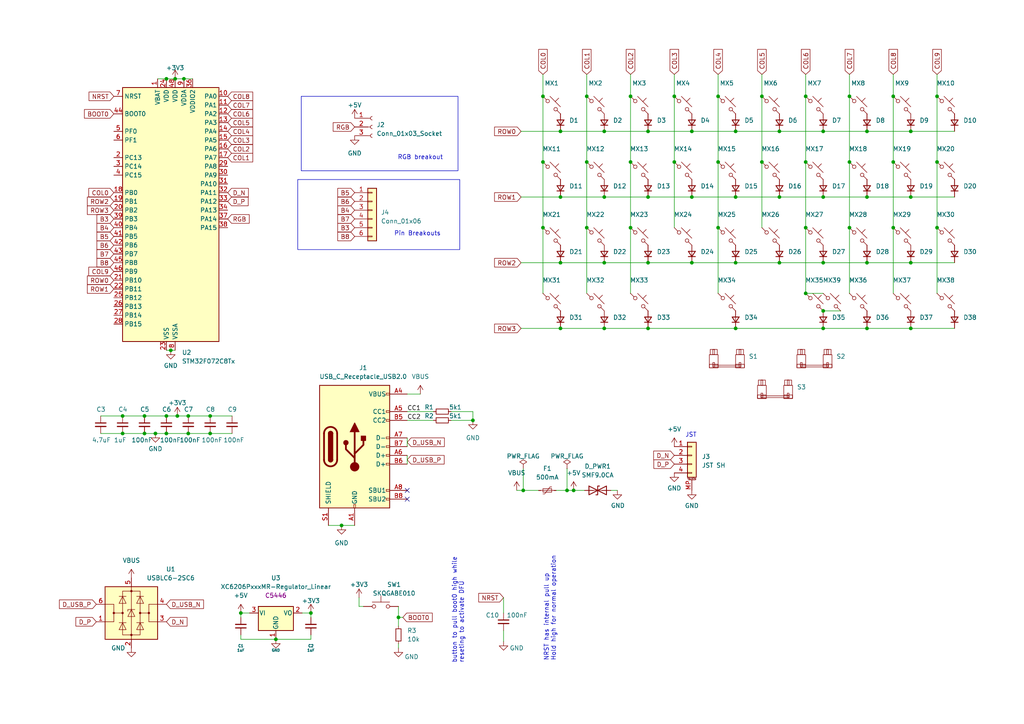
<source format=kicad_sch>
(kicad_sch (version 20230121) (generator eeschema)
  (paper "A4")
  (junction (at 115.57 179.07))
  (junction (at 264.16 57.15))
  (junction (at 233.68 66.04))
  (junction (at 157.48 66.04))
  (junction (at 175.26 76.2))
  (junction (at 246.38 27.94))
  (junction (at 162.56 95.25))
  (junction (at 90.17 177.8) (diameter 0.9144))
  (junction (at 246.38 46.99))
  (junction (at 187.96 57.15))
  (junction (at 213.36 76.2))
  (junction (at 233.68 85.09))
  (junction (at 213.36 57.15))
  (junction (at 208.28 66.04))
  (junction (at 259.08 46.99))
  (junction (at 264.16 38.1))
  (junction (at 238.76 90.17))
  (junction (at 200.66 38.1))
  (junction (at 264.16 95.25))
  (junction (at 271.78 46.99))
  (junction (at 220.98 27.94))
  (junction (at 162.56 38.1))
  (junction (at 60.96 125.73))
  (junction (at 259.08 27.94))
  (junction (at 251.46 76.2))
  (junction (at 35.56 120.65))
  (junction (at 54.61 125.73))
  (junction (at 213.36 38.1))
  (junction (at 137.16 121.92))
  (junction (at 182.88 27.94))
  (junction (at 226.06 76.2))
  (junction (at 164.465 142.24))
  (junction (at 166.37 142.24))
  (junction (at 51.435 120.65))
  (junction (at 208.28 27.94))
  (junction (at 99.06 152.4))
  (junction (at 170.18 66.04))
  (junction (at 271.78 27.94))
  (junction (at 238.76 57.15))
  (junction (at 200.66 57.15))
  (junction (at 226.06 57.15))
  (junction (at 238.76 76.2))
  (junction (at 220.98 46.99))
  (junction (at 259.08 66.04))
  (junction (at 162.56 76.2))
  (junction (at 246.38 66.04))
  (junction (at 200.66 76.2))
  (junction (at 271.78 66.04))
  (junction (at 157.48 46.99))
  (junction (at 69.85 177.8) (diameter 0.9144))
  (junction (at 195.58 27.94))
  (junction (at 162.56 57.15))
  (junction (at 151.765 142.24))
  (junction (at 48.26 22.86))
  (junction (at 187.96 38.1))
  (junction (at 182.88 46.99))
  (junction (at 233.68 46.99))
  (junction (at 41.91 120.65))
  (junction (at 170.18 46.99))
  (junction (at 264.16 76.2))
  (junction (at 60.96 120.65))
  (junction (at 238.76 95.25))
  (junction (at 50.8 22.86))
  (junction (at 53.34 22.86))
  (junction (at 175.26 38.1))
  (junction (at 175.26 57.15))
  (junction (at 208.28 46.99))
  (junction (at 226.06 38.1))
  (junction (at 175.26 95.25))
  (junction (at 238.76 38.1))
  (junction (at 213.36 95.25))
  (junction (at 45.085 125.73))
  (junction (at 187.96 95.25))
  (junction (at 80.01 185.42) (diameter 0.9144))
  (junction (at 49.53 101.6))
  (junction (at 35.56 125.73))
  (junction (at 157.48 27.94))
  (junction (at 41.91 125.73))
  (junction (at 195.58 46.99))
  (junction (at 54.61 120.65))
  (junction (at 48.26 125.73))
  (junction (at 182.88 66.04))
  (junction (at 251.46 38.1))
  (junction (at 170.18 27.94))
  (junction (at 48.26 120.65))
  (junction (at 187.96 76.2))
  (junction (at 251.46 57.15))
  (junction (at 233.68 27.94))
  (junction (at 251.46 95.25))
  (no_connect (at 118.11 142.24))
  (no_connect (at 118.11 144.78))
  (wire (pts (xy 151.765 142.24) (xy 156.21 142.24)))
  (wire (pts (xy 213.36 38.1) (xy 226.06 38.1)))
  (wire (pts (xy 99.06 152.4) (xy 102.87 152.4)))
  (wire (pts (xy 60.96 120.65) (xy 67.31 120.65)))
  (wire (pts (xy 151.13 76.2) (xy 162.56 76.2)))
  (wire (pts (xy 246.38 66.04) (xy 246.38 85.09)))
  (wire (pts (xy 130.81 121.92) (xy 137.16 121.92)))
  (wire (pts (xy 48.26 22.86) (xy 50.8 22.86)))
  (wire (pts (xy 195.58 21.59) (xy 195.58 27.94)))
  (wire (pts (xy 233.68 66.04) (xy 233.68 85.09)))
  (wire (pts (xy 182.88 27.94) (xy 182.88 46.99)))
  (wire (pts (xy 151.13 57.15) (xy 162.56 57.15)))
  (wire (pts (xy 49.53 101.6) (xy 50.8 101.6)))
  (wire (pts (xy 251.46 57.15) (xy 264.16 57.15)))
  (wire (pts (xy 54.61 125.73) (xy 60.96 125.73)))
  (wire (pts (xy 90.17 177.8) (xy 90.17 179.07)))
  (wire (pts (xy 233.68 21.59) (xy 233.68 27.94)))
  (wire (pts (xy 161.29 142.24) (xy 164.465 142.24)))
  (wire (pts (xy 251.46 38.1) (xy 264.16 38.1)))
  (wire (pts (xy 48.26 125.73) (xy 54.61 125.73)))
  (wire (pts (xy 251.46 76.2) (xy 264.16 76.2)))
  (wire (pts (xy 220.98 21.59) (xy 220.98 27.94)))
  (wire (pts (xy 264.16 76.2) (xy 276.86 76.2)))
  (wire (pts (xy 118.11 121.92) (xy 125.73 121.92)))
  (wire (pts (xy 48.26 101.6) (xy 49.53 101.6)))
  (wire (pts (xy 233.68 46.99) (xy 233.68 66.04)))
  (wire (pts (xy 264.16 95.25) (xy 251.46 95.25)))
  (wire (pts (xy 60.96 125.73) (xy 67.31 125.73)))
  (wire (pts (xy 90.17 184.15) (xy 90.17 185.42)))
  (wire (pts (xy 53.34 22.86) (xy 55.88 22.86)))
  (wire (pts (xy 226.06 76.2) (xy 238.76 76.2)))
  (wire (pts (xy 95.25 152.4) (xy 99.06 152.4)))
  (wire (pts (xy 271.78 21.59) (xy 271.78 27.94)))
  (wire (pts (xy 151.765 135.89) (xy 151.765 142.24)))
  (wire (pts (xy 187.96 57.15) (xy 200.66 57.15)))
  (wire (pts (xy 259.08 66.04) (xy 259.08 85.09)))
  (wire (pts (xy 238.76 57.15) (xy 251.46 57.15)))
  (wire (pts (xy 118.11 127) (xy 118.11 129.54)))
  (wire (pts (xy 80.01 185.42) (xy 69.85 185.42)))
  (wire (pts (xy 259.08 46.99) (xy 259.08 66.04)))
  (wire (pts (xy 233.68 27.94) (xy 233.68 46.99)))
  (wire (pts (xy 130.81 119.38) (xy 137.16 119.38)))
  (wire (pts (xy 213.36 95.25) (xy 238.76 95.25)))
  (wire (pts (xy 157.48 66.04) (xy 157.48 85.09)))
  (wire (pts (xy 35.56 120.65) (xy 41.91 120.65)))
  (wire (pts (xy 170.18 66.04) (xy 170.18 85.09)))
  (wire (pts (xy 182.88 21.59) (xy 182.88 27.94)))
  (wire (pts (xy 271.78 27.94) (xy 271.78 46.99)))
  (wire (pts (xy 118.11 119.38) (xy 125.73 119.38)))
  (wire (pts (xy 233.68 85.09) (xy 238.76 85.09)))
  (wire (pts (xy 151.13 38.1) (xy 162.56 38.1)))
  (wire (pts (xy 87.63 177.8) (xy 90.17 177.8)))
  (wire (pts (xy 51.435 120.65) (xy 54.61 120.65)))
  (wire (pts (xy 276.86 95.25) (xy 264.16 95.25)))
  (wire (pts (xy 157.48 21.59) (xy 157.48 27.94)))
  (wire (pts (xy 187.96 95.25) (xy 213.36 95.25)))
  (wire (pts (xy 149.86 142.24) (xy 151.765 142.24)))
  (wire (pts (xy 162.56 95.25) (xy 175.26 95.25)))
  (wire (pts (xy 259.08 27.94) (xy 259.08 46.99)))
  (wire (pts (xy 271.78 66.04) (xy 271.78 85.09)))
  (wire (pts (xy 187.96 76.2) (xy 200.66 76.2)))
  (wire (pts (xy 29.21 120.65) (xy 35.56 120.65)))
  (wire (pts (xy 213.36 76.2) (xy 226.06 76.2)))
  (wire (pts (xy 195.58 46.99) (xy 195.58 66.04)))
  (wire (pts (xy 118.11 132.08) (xy 118.11 134.62)))
  (wire (pts (xy 226.06 57.15) (xy 238.76 57.15)))
  (wire (pts (xy 29.21 125.73) (xy 35.56 125.73)))
  (wire (pts (xy 208.28 46.99) (xy 208.28 66.04)))
  (wire (pts (xy 246.38 27.94) (xy 246.38 46.99)))
  (wire (pts (xy 170.18 27.94) (xy 170.18 46.99)))
  (wire (pts (xy 118.11 114.3) (xy 121.92 114.3)))
  (wire (pts (xy 54.61 120.65) (xy 60.96 120.65)))
  (wire (pts (xy 151.13 95.25) (xy 162.56 95.25)))
  (wire (pts (xy 166.37 142.24) (xy 169.545 142.24)))
  (wire (pts (xy 238.76 38.1) (xy 251.46 38.1)))
  (wire (pts (xy 175.26 76.2) (xy 187.96 76.2)))
  (wire (pts (xy 45.72 22.86) (xy 48.26 22.86)))
  (wire (pts (xy 259.08 21.59) (xy 259.08 27.94)))
  (wire (pts (xy 157.48 27.94) (xy 157.48 46.99)))
  (wire (pts (xy 220.98 46.99) (xy 220.98 66.04)))
  (wire (pts (xy 115.57 175.895) (xy 115.57 179.07)))
  (wire (pts (xy 137.16 119.38) (xy 137.16 121.92)))
  (wire (pts (xy 182.88 66.04) (xy 182.88 85.09)))
  (wire (pts (xy 264.16 38.1) (xy 276.86 38.1)))
  (wire (pts (xy 146.05 173.355) (xy 146.05 177.8)))
  (wire (pts (xy 246.38 21.59) (xy 246.38 27.94)))
  (wire (pts (xy 238.76 95.25) (xy 251.46 95.25)))
  (wire (pts (xy 238.76 90.17) (xy 243.84 90.17)))
  (wire (pts (xy 115.57 186.69) (xy 115.57 187.96)))
  (wire (pts (xy 48.26 120.65) (xy 51.435 120.65)))
  (wire (pts (xy 182.88 46.99) (xy 182.88 66.04)))
  (wire (pts (xy 164.465 142.24) (xy 166.37 142.24)))
  (wire (pts (xy 157.48 46.99) (xy 157.48 66.04)))
  (wire (pts (xy 213.36 57.15) (xy 226.06 57.15)))
  (wire (pts (xy 115.57 179.07) (xy 115.57 181.61)))
  (wire (pts (xy 164.465 135.89) (xy 164.465 142.24)))
  (wire (pts (xy 105.41 175.895) (xy 104.14 175.895)))
  (wire (pts (xy 146.05 186.055) (xy 146.05 182.88)))
  (wire (pts (xy 220.98 27.94) (xy 220.98 46.99)))
  (wire (pts (xy 41.91 125.73) (xy 45.085 125.73)))
  (wire (pts (xy 208.28 27.94) (xy 208.28 46.99)))
  (wire (pts (xy 226.06 38.1) (xy 238.76 38.1)))
  (wire (pts (xy 238.76 76.2) (xy 251.46 76.2)))
  (wire (pts (xy 162.56 57.15) (xy 175.26 57.15)))
  (wire (pts (xy 162.56 76.2) (xy 175.26 76.2)))
  (wire (pts (xy 69.85 177.8) (xy 69.85 179.07)))
  (wire (pts (xy 195.58 27.94) (xy 195.58 46.99)))
  (wire (pts (xy 41.91 120.65) (xy 48.26 120.65)))
  (wire (pts (xy 35.56 125.73) (xy 41.91 125.73)))
  (wire (pts (xy 187.96 38.1) (xy 200.66 38.1)))
  (wire (pts (xy 208.28 21.59) (xy 208.28 27.94)))
  (wire (pts (xy 69.85 184.15) (xy 69.85 185.42)))
  (wire (pts (xy 264.16 57.15) (xy 276.86 57.15)))
  (wire (pts (xy 175.26 95.25) (xy 187.96 95.25)))
  (wire (pts (xy 104.14 175.895) (xy 104.14 173.355)))
  (wire (pts (xy 271.78 46.99) (xy 271.78 66.04)))
  (wire (pts (xy 200.66 76.2) (xy 213.36 76.2)))
  (wire (pts (xy 170.18 21.59) (xy 170.18 27.94)))
  (wire (pts (xy 162.56 38.1) (xy 175.26 38.1)))
  (wire (pts (xy 200.66 57.15) (xy 213.36 57.15)))
  (wire (pts (xy 170.18 46.99) (xy 170.18 66.04)))
  (wire (pts (xy 175.26 57.15) (xy 187.96 57.15)))
  (wire (pts (xy 69.85 177.8) (xy 72.39 177.8)))
  (wire (pts (xy 50.8 22.86) (xy 53.34 22.86)))
  (wire (pts (xy 175.26 38.1) (xy 187.96 38.1)))
  (wire (pts (xy 80.01 185.42) (xy 90.17 185.42)))
  (wire (pts (xy 246.38 46.99) (xy 246.38 66.04)))
  (wire (pts (xy 200.66 38.1) (xy 213.36 38.1)))
  (wire (pts (xy 45.085 125.73) (xy 48.26 125.73)))
  (wire (pts (xy 208.28 66.04) (xy 208.28 85.09)))
  (wire (pts (xy 115.57 179.07) (xy 116.84 179.07)))
  (wire (pts (xy 177.165 142.24) (xy 179.07 142.24)))
  (rectangle (start 86.36 52.07) (end 133.35 72.39))
  (rectangle (start 87.376 27.94) (end 132.842 49.53))
  (text "JST" (at 198.755 127 0) (effects (font (size 1.27 1.27)) (justify left bottom)))
  (text "NRST has internal pull up\nHold high for normal operation" (at 161.29 191.77 90) (effects (font (size 1.27 1.27)) (justify left bottom)))
  (text "button to pull boot0 high while \nreseting to activate DFU" (at 134.62 192.405 90) (effects (font (size 1.27 1.27)) (justify left bottom)))
  (text "Pin Breakouts" (at 114.3 68.58 0) (effects (font (size 1.27 1.27)) (justify left bottom)))
  (text "RGB breakout" (at 115.316 46.482 0) (effects (font (size 1.27 1.27)) (justify left bottom)))
  (label "CC1" (at 118.11 119.38 0))
  (label "CC2" (at 118.11 121.92 0))
  (global_label "D_N" (shape input) (at 195.58 132.08 180) (property "Intersheetrefs" "${INTERSHEET_REFS}" (effects hide)))
  (global_label "D_P" (shape input) (at 66.04 58.42 0) (property "Intersheetrefs" "${INTERSHEET_REFS}" (effects hide)))
  (global_label "ROW2" (shape input) (at 33.02 58.42 180) (property "Intersheetrefs" "${INTERSHEET_REFS}" (effects hide)))
  (global_label "D_USB_N" (shape input) (at 48.26 175.26 0) (property "Intersheetrefs" "${INTERSHEET_REFS}" (effects hide)))
  (global_label "NRST" (shape input) (at 146.05 173.355 180) (property "Intersheetrefs" "${INTERSHEET_REFS}" (effects hide)))
  (global_label "COL8" (shape input) (at 66.04 27.94 0) (property "Intersheetrefs" "${INTERSHEET_REFS}" (effects hide)))
  (global_label "COL0" (shape input) (at 33.02 55.88 180) (property "Intersheetrefs" "${INTERSHEET_REFS}" (effects hide)))
  (global_label "COL6" (shape input) (at 66.04 33.02 0) (property "Intersheetrefs" "${INTERSHEET_REFS}" (effects hide)))
  (global_label "NRST" (shape input) (at 33.02 27.94 180) (property "Intersheetrefs" "${INTERSHEET_REFS}" (effects hide)))
  (global_label "D_P" (shape input) (at 27.94 180.34 180) (property "Intersheetrefs" "${INTERSHEET_REFS}" (effects hide)))
  (global_label "B8" (shape input) (at 102.87 68.58 180) (property "Intersheetrefs" "${INTERSHEET_REFS}" (effects hide)))
  (global_label "COL6" (shape input) (at 233.68 21.59 90) (property "Intersheetrefs" "${INTERSHEET_REFS}" (effects hide)))
  (global_label "COL5" (shape input) (at 66.04 35.56 0) (property "Intersheetrefs" "${INTERSHEET_REFS}" (effects hide)))
  (global_label "ROW3" (shape input) (at 151.13 95.25 180) (property "Intersheetrefs" "${INTERSHEET_REFS}" (effects hide)))
  (global_label "D_N" (shape input) (at 48.26 180.34 0) (property "Intersheetrefs" "${INTERSHEET_REFS}" (effects hide)))
  (global_label "ROW2" (shape input) (at 151.13 76.2 180) (property "Intersheetrefs" "${INTERSHEET_REFS}" (effects hide)))
  (global_label "COL8" (shape input) (at 259.08 21.59 90) (property "Intersheetrefs" "${INTERSHEET_REFS}" (effects hide)))
  (global_label "D_USB_P" (shape input) (at 118.11 133.35 0) (property "Intersheetrefs" "${INTERSHEET_REFS}" (effects hide)))
  (global_label "COL2" (shape input) (at 66.04 43.18 0) (property "Intersheetrefs" "${INTERSHEET_REFS}" (effects hide)))
  (global_label "B4" (shape input) (at 33.02 66.04 180) (property "Intersheetrefs" "${INTERSHEET_REFS}" (effects hide)))
  (global_label "ROW0" (shape input) (at 33.02 81.28 180) (property "Intersheetrefs" "${INTERSHEET_REFS}" (effects hide)))
  (global_label "COL5" (shape input) (at 220.98 21.59 90) (property "Intersheetrefs" "${INTERSHEET_REFS}" (effects hide)))
  (global_label "B4" (shape input) (at 102.87 60.96 180) (property "Intersheetrefs" "${INTERSHEET_REFS}" (effects hide)))
  (global_label "B8" (shape input) (at 33.02 76.2 180) (property "Intersheetrefs" "${INTERSHEET_REFS}" (effects hide)))
  (global_label "ROW1" (shape input) (at 33.02 83.82 180) (property "Intersheetrefs" "${INTERSHEET_REFS}" (effects hide)))
  (global_label "COL4" (shape input) (at 66.04 38.1 0) (property "Intersheetrefs" "${INTERSHEET_REFS}" (effects hide)))
  (global_label "B7" (shape input) (at 102.87 63.5 180) (property "Intersheetrefs" "${INTERSHEET_REFS}" (effects hide)))
  (global_label "COL4" (shape input) (at 208.28 21.59 90) (property "Intersheetrefs" "${INTERSHEET_REFS}" (effects hide)))
  (global_label "B6" (shape input) (at 102.87 58.42 180) (property "Intersheetrefs" "${INTERSHEET_REFS}" (effects hide)))
  (global_label "D_N" (shape input) (at 66.04 55.88 0) (property "Intersheetrefs" "${INTERSHEET_REFS}" (effects hide)))
  (global_label "COL1" (shape input) (at 66.04 45.72 0) (property "Intersheetrefs" "${INTERSHEET_REFS}" (effects hide)))
  (global_label "RGB" (shape input) (at 102.87 36.83 180) (property "Intersheetrefs" "${INTERSHEET_REFS}" (effects hide)))
  (global_label "ROW3" (shape input) (at 33.02 60.96 180) (property "Intersheetrefs" "${INTERSHEET_REFS}" (effects hide)))
  (global_label "B3" (shape input) (at 102.87 66.04 180) (property "Intersheetrefs" "${INTERSHEET_REFS}" (effects hide)))
  (global_label "B7" (shape input) (at 33.02 73.66 180) (property "Intersheetrefs" "${INTERSHEET_REFS}" (effects hide)))
  (global_label "ROW0" (shape input) (at 151.13 38.1 180) (property "Intersheetrefs" "${INTERSHEET_REFS}" (effects hide)))
  (global_label "COL2" (shape input) (at 182.88 21.59 90) (property "Intersheetrefs" "${INTERSHEET_REFS}" (effects hide)))
  (global_label "D_USB_P" (shape input) (at 27.94 175.26 180) (property "Intersheetrefs" "${INTERSHEET_REFS}" (effects hide)))
  (global_label "COL7" (shape input) (at 246.38 21.59 90) (property "Intersheetrefs" "${INTERSHEET_REFS}" (effects hide)))
  (global_label "B3" (shape input) (at 33.02 63.5 180) (property "Intersheetrefs" "${INTERSHEET_REFS}" (effects hide)))
  (global_label "COL3" (shape input) (at 195.58 21.59 90) (property "Intersheetrefs" "${INTERSHEET_REFS}" (effects hide)))
  (global_label "COL9" (shape input) (at 271.78 21.59 90) (property "Intersheetrefs" "${INTERSHEET_REFS}" (effects hide)))
  (global_label "B6" (shape input) (at 33.02 71.12 180) (property "Intersheetrefs" "${INTERSHEET_REFS}" (effects hide)))
  (global_label "COL3" (shape input) (at 66.04 40.64 0) (property "Intersheetrefs" "${INTERSHEET_REFS}" (effects hide)))
  (global_label "ROW1" (shape input) (at 151.13 57.15 180) (property "Intersheetrefs" "${INTERSHEET_REFS}" (effects hide)))
  (global_label "D_P" (shape input) (at 195.58 134.62 180) (property "Intersheetrefs" "${INTERSHEET_REFS}" (effects hide)))
  (global_label "COL1" (shape input) (at 170.18 21.59 90) (property "Intersheetrefs" "${INTERSHEET_REFS}" (effects hide)))
  (global_label "D_USB_N" (shape input) (at 118.11 128.27 0) (property "Intersheetrefs" "${INTERSHEET_REFS}" (effects hide)))
  (global_label "COL0" (shape input) (at 157.48 21.59 90) (property "Intersheetrefs" "${INTERSHEET_REFS}" (effects hide)))
  (global_label "B5" (shape input) (at 33.02 68.58 180) (property "Intersheetrefs" "${INTERSHEET_REFS}" (effects hide)))
  (global_label "B5" (shape input) (at 102.87 55.88 180) (property "Intersheetrefs" "${INTERSHEET_REFS}" (effects hide)))
  (global_label "BOOT0" (shape input) (at 33.02 33.02 180) (property "Intersheetrefs" "${INTERSHEET_REFS}" (effects hide)))
  (global_label "COL7" (shape input) (at 66.04 30.48 0) (property "Intersheetrefs" "${INTERSHEET_REFS}" (effects hide)))
  (global_label "COL9" (shape input) (at 33.02 78.74 180) (property "Intersheetrefs" "${INTERSHEET_REFS}" (effects hide)))
  (global_label "BOOT0" (shape input) (at 116.84 179.07 0) (property "Intersheetrefs" "${INTERSHEET_REFS}" (effects hide)))
  (global_label "RGB" (shape input) (at 66.04 63.5 0) (property "Intersheetrefs" "${INTERSHEET_REFS}" (effects hide)))
  (symbol (lib_id "Connector:Conn_01x03_Socket") (at 107.95 36.83 0) (unit 1)
    (property "Reference" "J2" (at 109.22 36.195 0) (effects (justify left)))
    (property "Value" "Conn_01x03_Socket" (at 109.22 38.735 0) (effects (justify left)))
    (property "Footprint" "Connector_PinHeader_2.54mm:PinHeader_1x03_P2.54mm_Vertical" (effects hide))
  )
  (symbol (lib_id "PCM_marbastlib-mx:MX_SW_solder") (at 172.72 49.53 0) (unit 1)
    (property "Reference" "MX12" (at 172.72 43.18 0))
    (property "Value" "MX_SW_solder" (effects hide))
    (property "Footprint" "PCM_marbastlib-mx:SW_MX_1u" (effects hide))
  )
  (symbol (lib_id "power:GND") (at 102.87 39.37 0) (unit 1)
    (property "Reference" "#PWR020" (effects hide))
    (property "Value" "GND" (at 102.87 44.45 0))
  )
  (symbol (lib_id "PCM_marbastlib-mx:MX_SW_solder") (at 261.62 49.53 0) (unit 1)
    (property "Reference" "MX19" (at 261.62 43.18 0))
    (property "Value" "MX_SW_solder" (effects hide))
    (property "Footprint" "PCM_marbastlib-mx:SW_MX_1u" (effects hide))
  )
  (symbol (lib_id "PCM_marbastlib-mx:MX_SW_solder") (at 248.92 87.63 0) (unit 1)
    (property "Reference" "MX36" (at 248.92 81.28 0))
    (property "Value" "MX_SW_solder" (effects hide))
    (property "Footprint" "PCM_marbastlib-mx:SW_MX_1u" (effects hide))
  )
  (symbol (lib_id "power:GND") (at 179.07 142.24 0) (unit 1)
    (property "Reference" "#PWR03" (effects hide))
    (property "Value" "GND" (at 179.197 146.6342 0))
  )
  (symbol (lib_id "Device:D_Small") (at 264.16 92.71 90) (unit 1)
    (property "Reference" "D37" (at 266.7 92.075 90) (effects (justify right)))
    (property "Value" "D_Small" (effects hide))
    (property "Footprint" "Diode_SMD:D_SOD-123F" (effects hide))
    (property "Sim.Device" "D" (effects hide))
    (property "Sim.Pins" "1=K 2=A" (effects hide))
  )
  (symbol (lib_id "PCM_marbastlib-mx:MX_stab") (at 210.82 104.14 0) (unit 1)
    (property "Reference" "S1" (at 217.17 103.378 0) (effects (justify left)))
    (property "Value" "MX_stab" (effects hide))
    (property "Footprint" "PCM_marbastlib-mx:STAB_MX_P_2.25u" (effects hide))
  )
  (symbol (lib_id "PCM_marbastlib-mx:MX_SW_solder") (at 248.92 30.48 0) (unit 1)
    (property "Reference" "MX8" (at 248.92 24.13 0))
    (property "Value" "MX_SW_solder" (effects hide))
    (property "Footprint" "PCM_marbastlib-mx:SW_MX_1u" (effects hide))
  )
  (symbol (lib_id "PCM_marbastlib-mx:MX_SW_solder") (at 261.62 87.63 0) (unit 1)
    (property "Reference" "MX37" (at 261.62 81.28 0))
    (property "Value" "MX_SW_solder" (effects hide))
    (property "Footprint" "PCM_marbastlib-mx:SW_MX_1u" (effects hide))
  )
  (symbol (lib_id "Device:D_Small") (at 200.66 73.66 90) (unit 1)
    (property "Reference" "D24" (at 203.2 73.025 90) (effects (justify right)))
    (property "Value" "D_Small" (effects hide))
    (property "Footprint" "Diode_SMD:D_SOD-123F" (effects hide))
    (property "Sim.Device" "D" (effects hide))
    (property "Sim.Pins" "1=K 2=A" (effects hide))
  )
  (symbol (lib_id "Device:D_Small") (at 238.76 92.71 90) (unit 1)
    (property "Reference" "D35" (at 241.3 92.075 90) (effects (justify right)))
    (property "Value" "D_Small" (effects hide))
    (property "Footprint" "Diode_SMD:D_SOD-123F" (effects hide))
    (property "Sim.Device" "D" (effects hide))
    (property "Sim.Pins" "1=K 2=A" (effects hide))
  )
  (symbol (lib_id "Device:D_Small") (at 175.26 54.61 90) (unit 1)
    (property "Reference" "D12" (at 177.8 53.975 90) (effects (justify right)))
    (property "Value" "D_Small" (effects hide))
    (property "Footprint" "Diode_SMD:D_SOD-123F" (effects hide))
    (property "Sim.Device" "D" (effects hide))
    (property "Sim.Pins" "1=K 2=A" (effects hide))
  )
  (symbol (lib_id "Device:D_Small") (at 276.86 73.66 90) (unit 1)
    (property "Reference" "D30" (at 279.4 73.025 90) (effects (justify right)))
    (property "Value" "D_Small" (effects hide))
    (property "Footprint" "Diode_SMD:D_SOD-123F" (effects hide))
    (property "Sim.Device" "D" (effects hide))
    (property "Sim.Pins" "1=K 2=A" (effects hide))
  )
  (symbol (lib_id "Device:D_Small") (at 200.66 35.56 90) (unit 1)
    (property "Reference" "D4" (at 203.2 34.925 90) (effects (justify right)))
    (property "Value" "D_Small" (effects hide))
    (property "Footprint" "Diode_SMD:D_SOD-123F" (effects hide))
    (property "Sim.Device" "D" (effects hide))
    (property "Sim.Pins" "1=K 2=A" (effects hide))
  )
  (symbol (lib_id "PCM_marbastlib-mx:MX_SW_solder") (at 274.32 49.53 0) (unit 1)
    (property "Reference" "MX20" (at 274.32 43.18 0))
    (property "Value" "MX_SW_solder" (effects hide))
    (property "Footprint" "PCM_marbastlib-mx:SW_MX_1.25u" (effects hide))
  )
  (symbol (lib_id "PCM_marbastlib-mx:MX_SW_solder") (at 160.02 87.63 0) (unit 1)
    (property "Reference" "MX31" (at 160.02 81.28 0))
    (property "Value" "MX_SW_solder" (effects hide))
    (property "Footprint" "PCM_marbastlib-mx:SW_MX_1u" (effects hide))
  )
  (symbol (lib_id "power:PWR_FLAG") (at 151.765 135.89 0) (unit 1)
    (property "Reference" "#FLG01" (effects hide))
    (property "Value" "PWR_FLAG" (at 151.765 132.3142 0))
  )
  (symbol (lib_id "Device:D_Small") (at 276.86 35.56 90) (unit 1)
    (property "Reference" "D10" (at 279.4 34.925 90) (effects (justify right)))
    (property "Value" "D_Small" (effects hide))
    (property "Footprint" "Diode_SMD:D_SOD-123F" (effects hide))
    (property "Sim.Device" "D" (effects hide))
    (property "Sim.Pins" "1=K 2=A" (effects hide))
  )
  (symbol (lib_id "PCM_marbastlib-mx:MX_SW_solder") (at 223.52 49.53 0) (unit 1)
    (property "Reference" "MX16" (at 223.52 43.18 0))
    (property "Value" "MX_SW_solder" (effects hide))
    (property "Footprint" "PCM_marbastlib-mx:SW_MX_1u" (effects hide))
  )
  (symbol (lib_id "power:+5V") (at 69.85 177.8 0) (unit 1)
    (property "Reference" "#PWR09" (effects hide))
    (property "Value" "+5V" (at 69.85 172.72 0))
  )
  (symbol (lib_id "PCM_marbastlib-mx:MX_SW_solder") (at 210.82 49.53 0) (unit 1)
    (property "Reference" "MX15" (at 210.82 43.18 0))
    (property "Value" "MX_SW_solder" (effects hide))
    (property "Footprint" "PCM_marbastlib-mx:SW_MX_1u" (effects hide))
  )
  (symbol (lib_id "Device:C_Small") (at 35.56 123.19 0) (unit 1)
    (property "Reference" "C4" (at 34.29 118.745 0) (effects (justify left)))
    (property "Value" "1uF" (at 33.02 127.635 0) (effects (justify left)))
    (property "Footprint" "Capacitor_SMD:C_0603_1608Metric" (effects hide))
  )
  (symbol (lib_id "Device:C_Small") (at 54.61 123.19 0) (unit 1)
    (property "Reference" "C7" (at 53.34 118.745 0) (effects (justify left)))
    (property "Value" "100nF" (at 52.07 127.635 0) (effects (justify left)))
    (property "Footprint" "Capacitor_SMD:C_0603_1608Metric" (effects hide))
  )
  (symbol (lib_id "power:+3V3") (at 51.435 120.65 0) (unit 1)
    (property "Reference" "#PWR014" (effects hide))
    (property "Value" "+3V3" (at 51.435 116.84 0))
  )
  (symbol (lib_id "PCM_marbastlib-mx:MX_SW_solder") (at 172.72 68.58 0) (unit 1)
    (property "Reference" "MX22" (at 172.72 62.23 0))
    (property "Value" "MX_SW_solder" (effects hide))
    (property "Footprint" "PCM_marbastlib-mx:SW_MX_1u" (effects hide))
  )
  (symbol (lib_id "PCM_marbastlib-mx:MX_SW_solder") (at 172.72 87.63 0) (unit 1)
    (property "Reference" "MX32" (at 172.72 81.28 0))
    (property "Value" "MX_SW_solder" (effects hide))
    (property "Footprint" "PCM_marbastlib-mx:SW_MX_1u" (effects hide))
  )
  (symbol (lib_id "Device:D_Small") (at 162.56 73.66 90) (unit 1)
    (property "Reference" "D21" (at 165.1 73.025 90) (effects (justify right)))
    (property "Value" "D_Small" (effects hide))
    (property "Footprint" "Diode_SMD:D_SOD-123F" (effects hide))
    (property "Sim.Device" "D" (effects hide))
    (property "Sim.Pins" "1=K 2=A" (effects hide))
  )
  (symbol (lib_id "power:+3.3V") (at 90.17 177.8 0) (unit 1)
    (property "Reference" "#PWR010" (effects hide))
    (property "Value" "+3.3V" (at 90.17 174.2526 0))
  )
  (symbol (lib_id "PCM_marbastlib-mx:MX_SW_solder") (at 185.42 49.53 0) (unit 1)
    (property "Reference" "MX13" (at 185.42 43.18 0))
    (property "Value" "MX_SW_solder" (effects hide))
    (property "Footprint" "PCM_marbastlib-mx:SW_MX_1u" (effects hide))
  )
  (symbol (lib_id "power:+5V") (at 195.58 129.54 0) (unit 1)
    (property "Reference" "#PWR021" (effects hide))
    (property "Value" "+5V" (at 195.58 124.46 0))
  )
  (symbol (lib_id "Device:D_Small") (at 213.36 73.66 90) (unit 1)
    (property "Reference" "D25" (at 215.9 73.025 90) (effects (justify right)))
    (property "Value" "D_Small" (effects hide))
    (property "Footprint" "Diode_SMD:D_SOD-123F" (effects hide))
    (property "Sim.Device" "D" (effects hide))
    (property "Sim.Pins" "1=K 2=A" (effects hide))
  )
  (symbol (lib_id "PCM_marbastlib-mx:MX_SW_solder") (at 185.42 68.58 0) (unit 1)
    (property "Reference" "MX23" (at 185.42 62.23 0))
    (property "Value" "MX_SW_solder" (effects hide))
    (property "Footprint" "PCM_marbastlib-mx:SW_MX_1u" (effects hide))
  )
  (symbol (lib_id "power:+3V3") (at 104.14 173.355 0) (mirror y) (unit 1)
    (property "Reference" "#PWR013" (effects hide))
    (property "Value" "+3V3" (at 104.14 169.545 0))
  )
  (symbol (lib_id "power:VBUS") (at 121.92 114.3 0) (unit 1)
    (property "Reference" "#PWR06" (effects hide))
    (property "Value" "VBUS" (at 121.92 109.22 0))
  )
  (symbol (lib_id "power:+3V3") (at 50.8 22.86 0) (unit 1)
    (property "Reference" "#PWR04" (effects hide))
    (property "Value" "+3V3" (at 50.8 19.685 0))
  )
  (symbol (lib_id "PCM_marbastlib-mx:MX_stab") (at 236.22 104.14 0) (unit 1)
    (property "Reference" "S2" (at 242.57 103.378 0) (effects (justify left)))
    (property "Value" "MX_stab" (effects hide))
    (property "Footprint" "PCM_marbastlib-mx:STAB_MX_P_2u" (effects hide))
  )
  (symbol (lib_id "PCM_marbastlib-mx:MX_SW_solder") (at 172.72 30.48 0) (unit 1)
    (property "Reference" "MX2" (at 172.72 24.13 0))
    (property "Value" "MX_SW_solder" (effects hide))
    (property "Footprint" "PCM_marbastlib-mx:SW_MX_1u" (effects hide))
  )
  (symbol (lib_id "Device:D_Small") (at 213.36 35.56 90) (unit 1)
    (property "Reference" "D5" (at 215.9 34.925 90) (effects (justify right)))
    (property "Value" "D_Small" (effects hide))
    (property "Footprint" "Diode_SMD:D_SOD-123F" (effects hide))
    (property "Sim.Device" "D" (effects hide))
    (property "Sim.Pins" "1=K 2=A" (effects hide))
  )
  (symbol (lib_id "PCM_marbastlib-mx:MX_SW_solder") (at 274.32 30.48 0) (unit 1)
    (property "Reference" "MX10" (at 274.32 24.13 0))
    (property "Value" "MX_SW_solder" (effects hide))
    (property "Footprint" "PCM_marbastlib-mx:SW_MX_1.25u" (effects hide))
  )
  (symbol (lib_id "PCM_marbastlib-mx:MX_SW_solder") (at 198.12 68.58 0) (unit 1)
    (property "Reference" "MX24" (at 198.12 62.23 0))
    (property "Value" "MX_SW_solder" (effects hide))
    (property "Footprint" "PCM_marbastlib-mx:SW_MX_1u" (effects hide))
  )
  (symbol (lib_id "Device:D_Small") (at 238.76 73.66 90) (unit 1)
    (property "Reference" "D27" (at 241.3 73.025 90) (effects (justify right)))
    (property "Value" "D_Small" (effects hide))
    (property "Footprint" "Diode_SMD:D_SOD-123F" (effects hide))
    (property "Sim.Device" "D" (effects hide))
    (property "Sim.Pins" "1=K 2=A" (effects hide))
  )
  (symbol (lib_id "Device:D_Small") (at 200.66 54.61 90) (unit 1)
    (property "Reference" "D14" (at 203.2 53.975 90) (effects (justify right)))
    (property "Value" "D_Small" (effects hide))
    (property "Footprint" "Diode_SMD:D_SOD-123F" (effects hide))
    (property "Sim.Device" "D" (effects hide))
    (property "Sim.Pins" "1=K 2=A" (effects hide))
  )
  (symbol (lib_id "PCM_marbastlib-mx:MX_SW_solder") (at 248.92 49.53 0) (unit 1)
    (property "Reference" "MX18" (at 248.92 43.18 0))
    (property "Value" "MX_SW_solder" (effects hide))
    (property "Footprint" "PCM_marbastlib-mx:SW_MX_1u" (effects hide))
  )
  (symbol (lib_id "PCM_marbastlib-mx:MX_stab") (at 224.79 113.03 0) (unit 1)
    (property "Reference" "S3" (at 231.14 112.268 0) (effects (justify left)))
    (property "Value" "MX_stab" (effects hide))
    (property "Footprint" "PCM_marbastlib-mx:STAB_MX_P_6.25u" (effects hide))
  )
  (symbol (lib_id "PCM_marbastlib-mx:MX_SW_solder") (at 198.12 49.53 0) (unit 1)
    (property "Reference" "MX14" (at 198.12 43.18 0))
    (property "Value" "MX_SW_solder" (effects hide))
    (property "Footprint" "PCM_marbastlib-mx:SW_MX_1u" (effects hide))
  )
  (symbol (lib_id "Device:D_Small") (at 162.56 92.71 90) (unit 1)
    (property "Reference" "D31" (at 165.1 92.075 90) (effects (justify right)))
    (property "Value" "D_Small" (effects hide))
    (property "Footprint" "Diode_SMD:D_SOD-123F" (effects hide))
    (property "Sim.Device" "D" (effects hide))
    (property "Sim.Pins" "1=K 2=A" (effects hide))
  )
  (symbol (lib_id "PCM_marbastlib-mx:MX_SW_solder") (at 185.42 87.63 0) (unit 1)
    (property "Reference" "MX33" (at 185.42 81.28 0))
    (property "Value" "MX_SW_solder" (effects hide))
    (property "Footprint" "PCM_marbastlib-mx:SW_MX_1u" (effects hide))
  )
  (symbol (lib_id "Device:R_Small") (at 128.27 121.92 90) (unit 1)
    (property "Reference" "R2" (at 124.46 120.65 90))
    (property "Value" "5k1" (at 132.08 120.65 90))
    (property "Footprint" "Resistor_SMD:R_0603_1608Metric" (effects hide))
    (property "LCSC" "C25905" (effects hide))
  )
  (symbol (lib_id "PCM_marbastlib-mx:MX_SW_solder") (at 223.52 68.58 0) (unit 1)
    (property "Reference" "MX26" (at 223.52 62.23 0))
    (property "Value" "MX_SW_solder" (effects hide))
    (property "Footprint" "PCM_marbastlib-mx:SW_MX_1u" (effects hide))
  )
  (symbol (lib_id "power:GND") (at 146.05 186.055 0) (mirror y) (unit 1)
    (property "Reference" "#PWR018" (effects hide))
    (property "Value" "GND" (at 149.86 187.96 0))
  )
  (symbol (lib_id "power:GND") (at 80.01 185.42 0) (unit 1)
    (property "Reference" "#PWR012" (effects hide))
    (property "Value" "GND" (at 80.01 188.595 0) (effects (font (size 0.762 0.762))))
  )
  (symbol (lib_id "PCM_marbastlib-mx:MX_SW_solder") (at 160.02 49.53 0) (unit 1)
    (property "Reference" "MX11" (at 160.02 43.18 0))
    (property "Value" "MX_SW_solder" (effects hide))
    (property "Footprint" "PCM_marbastlib-mx:SW_MX_1u" (effects hide))
  )
  (symbol (lib_name "GND_1") (lib_id "power:GND") (at 45.085 125.73 0) (unit 1)
    (property "Reference" "#PWR015" (effects hide))
    (property "Value" "GND" (at 45.085 130.175 0))
  )
  (symbol (lib_id "Device:D_Small") (at 187.96 54.61 90) (unit 1)
    (property "Reference" "D13" (at 190.5 53.975 90) (effects (justify right)))
    (property "Value" "D_Small" (effects hide))
    (property "Footprint" "Diode_SMD:D_SOD-123F" (effects hide))
    (property "Sim.Device" "D" (effects hide))
    (property "Sim.Pins" "1=K 2=A" (effects hide))
  )
  (symbol (lib_id "Device:R_Small") (at 128.27 119.38 90) (unit 1)
    (property "Reference" "R1" (at 124.46 118.11 90))
    (property "Value" "5k1" (at 132.08 118.11 90))
    (property "Footprint" "Resistor_SMD:R_0603_1608Metric" (effects hide))
    (property "LCSC" "C25905" (effects hide))
  )
  (symbol (lib_id "Device:C_Small") (at 67.31 123.19 0) (unit 1)
    (property "Reference" "C9" (at 66.04 118.745 0) (effects (justify left)))
    (property "Value" "100nF" (at 64.77 127.635 0) (effects (justify left)))
    (property "Footprint" "Capacitor_SMD:C_0603_1608Metric" (effects hide))
  )
  (symbol (lib_name "GND_2") (lib_id "power:GND") (at 49.53 101.6 0) (unit 1)
    (property "Reference" "#PWR016" (effects hide))
    (property "Value" "GND" (at 49.53 106.045 0))
  )
  (symbol (lib_id "kicad-keyboard-parts:XC6206PxxxMR-Regulator_Linear") (at 80.01 177.8 0) (unit 1)
    (property "Reference" "U3" (at 80.01 167.64 0))
    (property "Value" "XC6206PxxxMR-Regulator_Linear" (at 80.01 170.18 0))
    (property "Footprint" "Package_TO_SOT_SMD:SOT-23" (effects hide))
    (property "Datasheet" "https://www.torexsemi.com/file/xc6206/XC6206.pdf" (effects hide))
    (property "LCSC" "C5446" (at 80.01 172.72 0))
  )
  (symbol (lib_id "Device:D_Small") (at 276.86 54.61 90) (unit 1)
    (property "Reference" "D20" (at 279.4 53.975 90) (effects (justify right)))
    (property "Value" "D_Small" (effects hide))
    (property "Footprint" "Diode_SMD:D_SOD-123F" (effects hide))
    (property "Sim.Device" "D" (effects hide))
    (property "Sim.Pins" "1=K 2=A" (effects hide))
  )
  (symbol (lib_id "Device:D_Small") (at 213.36 92.71 90) (unit 1)
    (property "Reference" "D34" (at 215.9 92.075 90) (effects (justify right)))
    (property "Value" "D_Small" (effects hide))
    (property "Footprint" "Diode_SMD:D_SOD-123F" (effects hide))
    (property "Sim.Device" "D" (effects hide))
    (property "Sim.Pins" "1=K 2=A" (effects hide))
  )
  (symbol (lib_id "Device:C_Small") (at 146.05 180.34 0) (mirror y) (unit 1)
    (property "Reference" "C10" (at 144.78 178.435 0) (effects (justify left)))
    (property "Value" "100nF" (at 153.035 178.435 0) (effects (justify left)))
    (property "Footprint" "Capacitor_SMD:C_0603_1608Metric" (effects hide))
    (property "LCSC" "C307331" (effects hide))
  )
  (symbol (lib_id "Device:D_Small") (at 264.16 54.61 90) (unit 1)
    (property "Reference" "D19" (at 266.7 53.975 90) (effects (justify right)))
    (property "Value" "D_Small" (effects hide))
    (property "Footprint" "Diode_SMD:D_SOD-123F" (effects hide))
    (property "Sim.Device" "D" (effects hide))
    (property "Sim.Pins" "1=K 2=A" (effects hide))
  )
  (symbol (lib_id "Device:D_Small") (at 162.56 35.56 90) (unit 1)
    (property "Reference" "D1" (at 165.1 34.925 90) (effects (justify right)))
    (property "Value" "D_Small" (effects hide))
    (property "Footprint" "Diode_SMD:D_SOD-123F" (effects hide))
    (property "Sim.Device" "D" (effects hide))
    (property "Sim.Pins" "1=K 2=A" (effects hide))
  )
  (symbol (lib_id "power:GND") (at 200.66 142.24 0) (unit 1)
    (property "Reference" "#PWR025" (effects hide))
    (property "Value" "GND" (at 200.66 146.6834 0))
  )
  (symbol (lib_id "power:GND") (at 137.16 121.92 0) (unit 1)
    (property "Reference" "#PWR07" (effects hide))
    (property "Value" "GND" (at 137.16 127 0))
  )
  (symbol (lib_id "PCM_marbastlib-mx:MX_SW_solder") (at 160.02 68.58 0) (unit 1)
    (property "Reference" "MX21" (at 160.02 62.23 0))
    (property "Value" "MX_SW_solder" (effects hide))
    (property "Footprint" "PCM_marbastlib-mx:SW_MX_1u" (effects hide))
  )
  (symbol (lib_id "Device:C_Small") (at 48.26 123.19 0) (unit 1)
    (property "Reference" "C6" (at 46.99 118.745 0) (effects (justify left)))
    (property "Value" "100nF" (at 46.355 127.635 0) (effects (justify left)))
    (property "Footprint" "Capacitor_SMD:C_0603_1608Metric" (effects hide))
  )
  (symbol (lib_id "power:VBUS") (at 38.1 167.64 0) (unit 1)
    (property "Reference" "#PWR05" (effects hide))
    (property "Value" "VBUS" (at 38.1 162.56 0))
  )
  (symbol (lib_id "PCM_marbastlib-mx:MX_SW_solder") (at 160.02 30.48 0) (unit 1)
    (property "Reference" "MX1" (at 160.02 24.13 0))
    (property "Value" "MX_SW_solder" (effects hide))
    (property "Footprint" "PCM_marbastlib-mx:SW_MX_1u" (effects hide))
  )
  (symbol (lib_id "Device:D_Small") (at 175.26 35.56 90) (unit 1)
    (property "Reference" "D2" (at 177.8 34.925 90) (effects (justify right)))
    (property "Value" "D_Small" (effects hide))
    (property "Footprint" "Diode_SMD:D_SOD-123F" (effects hide))
    (property "Sim.Device" "D" (effects hide))
    (property "Sim.Pins" "1=K 2=A" (effects hide))
  )
  (symbol (lib_id "Device:D_Small") (at 187.96 35.56 90) (unit 1)
    (property "Reference" "D3" (at 190.5 34.925 90) (effects (justify right)))
    (property "Value" "D_Small" (effects hide))
    (property "Footprint" "Diode_SMD:D_SOD-123F" (effects hide))
    (property "Sim.Device" "D" (effects hide))
    (property "Sim.Pins" "1=K 2=A" (effects hide))
  )
  (symbol (lib_id "Device:C_Small") (at 69.85 181.61 180) (unit 1)
    (property "Reference" "C1" (at 69.85 187.325 0) (effects (font (size 0.762 0.762))))
    (property "Value" "1uF" (at 69.85 188.595 0) (effects (font (size 0.762 0.762))))
    (property "Footprint" "Capacitor_SMD:C_0603_1608Metric" (effects hide))
    (property "LCSC" "C52923" (effects hide))
  )
  (symbol (lib_id "Device:C_Small") (at 41.91 123.19 0) (unit 1)
    (property "Reference" "C5" (at 40.64 118.745 0) (effects (justify left)))
    (property "Value" "100nF" (at 38.1 127.635 0) (effects (justify left)))
    (property "Footprint" "Capacitor_SMD:C_0603_1608Metric" (effects hide))
  )
  (symbol (lib_id "Device:D_Small") (at 238.76 54.61 90) (unit 1)
    (property "Reference" "D17" (at 241.3 53.975 90) (effects (justify right)))
    (property "Value" "D_Small" (effects hide))
    (property "Footprint" "Diode_SMD:D_SOD-123F" (effects hide))
    (property "Sim.Device" "D" (effects hide))
    (property "Sim.Pins" "1=K 2=A" (effects hide))
  )
  (symbol (lib_id "Device:D_Small") (at 251.46 92.71 90) (unit 1)
    (property "Reference" "D36" (at 254 92.075 90) (effects (justify right)))
    (property "Value" "D_Small" (effects hide))
    (property "Footprint" "Diode_SMD:D_SOD-123F" (effects hide))
    (property "Sim.Device" "D" (effects hide))
    (property "Sim.Pins" "1=K 2=A" (effects hide))
  )
  (symbol (lib_id "Device:D_Small") (at 187.96 73.66 90) (unit 1)
    (property "Reference" "D23" (at 190.5 73.025 90) (effects (justify right)))
    (property "Value" "D_Small" (effects hide))
    (property "Footprint" "Diode_SMD:D_SOD-123F" (effects hide))
    (property "Sim.Device" "D" (effects hide))
    (property "Sim.Pins" "1=K 2=A" (effects hide))
  )
  (symbol (lib_id "Device:D_TVS") (at 173.355 142.24 0) (unit 1)
    (property "Reference" "D_PWR1" (at 173.355 135.255 0))
    (property "Value" "SMF9.0CA" (at 173.355 137.795 0))
    (property "Footprint" "Diode_SMD:D_SOD-123" (effects hide))
  )
  (symbol (lib_id "Device:C_Small") (at 60.96 123.19 0) (unit 1)
    (property "Reference" "C8" (at 59.69 118.745 0) (effects (justify left)))
    (property "Value" "100nF" (at 58.42 127.635 0) (effects (justify left)))
    (property "Footprint" "Capacitor_SMD:C_0603_1608Metric" (effects hide))
  )
  (symbol (lib_id "Power_Protection:USBLC6-2SC6") (at 38.1 177.8 0) (unit 1)
    (property "Reference" "U1" (at 49.53 165.1 0))
    (property "Value" "USBLC6-2SC6" (at 49.53 167.64 0))
    (property "Footprint" "Package_TO_SOT_SMD:SOT-23-6" (effects hide))
    (property "Datasheet" "https://www.st.com/resource/en/datasheet/usblc6-2.pdf" (effects hide))
    (property "LCSC" "C2827654" (effects hide))
  )
  (symbol (lib_id "PCM_marbastlib-mx:MX_SW_solder") (at 236.22 49.53 0) (unit 1)
    (property "Reference" "MX17" (at 236.22 43.18 0))
    (property "Value" "MX_SW_solder" (effects hide))
    (property "Footprint" "PCM_marbastlib-mx:SW_MX_1u" (effects hide))
  )
  (symbol (lib_id "Device:D_Small") (at 238.76 35.56 90) (unit 1)
    (property "Reference" "D7" (at 241.3 34.925 90) (effects (justify right)))
    (property "Value" "D_Small" (effects hide))
    (property "Footprint" "Diode_SMD:D_SOD-123F" (effects hide))
    (property "Sim.Device" "D" (effects hide))
    (property "Sim.Pins" "1=K 2=A" (effects hide))
  )
  (symbol (lib_id "PCM_marbastlib-mx:MX_SW_solder") (at 261.62 30.48 0) (unit 1)
    (property "Reference" "MX9" (at 261.62 24.13 0))
    (property "Value" "MX_SW_solder" (effects hide))
    (property "Footprint" "PCM_marbastlib-mx:SW_MX_1u" (effects hide))
  )
  (symbol (lib_id "Connector_Generic_MountingPin:Conn_01x04_MountingPin") (at 200.66 132.08 0) (unit 1)
    (property "Reference" "J3" (at 203.581 132.4355 0) (effects (justify left)))
    (property "Value" "JST SH" (at 203.581 134.9755 0) (effects (justify left)))
    (property "Footprint" "Connector_JST:JST_SH_SM04B-SRSS-TB_1x04-1MP_P1.00mm_Horizontal" (effects hide))
  )
  (symbol (lib_id "PCM_marbastlib-mx:MX_SW_solder") (at 248.92 68.58 0) (unit 1)
    (property "Reference" "MX28" (at 248.92 62.23 0))
    (property "Value" "MX_SW_solder" (effects hide))
    (property "Footprint" "PCM_marbastlib-mx:SW_MX_1u" (effects hide))
  )
  (symbol (lib_id "Device:D_Small") (at 226.06 35.56 90) (unit 1)
    (property "Reference" "D6" (at 228.6 34.925 90) (effects (justify right)))
    (property "Value" "D_Small" (effects hide))
    (property "Footprint" "Diode_SMD:D_SOD-123F" (effects hide))
    (property "Sim.Device" "D" (effects hide))
    (property "Sim.Pins" "1=K 2=A" (effects hide))
  )
  (symbol (lib_id "Device:D_Small") (at 175.26 73.66 90) (unit 1)
    (property "Reference" "D22" (at 177.8 73.025 90) (effects (justify right)))
    (property "Value" "D_Small" (effects hide))
    (property "Footprint" "Diode_SMD:D_SOD-123F" (effects hide))
    (property "Sim.Device" "D" (effects hide))
    (property "Sim.Pins" "1=K 2=A" (effects hide))
  )
  (symbol (lib_id "Device:R_Small") (at 115.57 184.15 0) (unit 1)
    (property "Reference" "R3" (at 118.11 182.8799 0) (effects (justify left)))
    (property "Value" "10k" (at 118.11 185.4199 0) (effects (justify left)))
    (property "Footprint" "Resistor_SMD:R_0603_1608Metric" (effects hide))
  )
  (symbol (lib_id "Switch:SW_Push") (at 110.49 175.895 0) (unit 1)
    (property "Reference" "SW1" (at 114.3 169.545 0))
    (property "Value" "SKQGABE010" (at 114.3 172.085 0))
    (property "Footprint" "Button_Switch_SMD:SW_SPST_SKQG_WithoutStem" (effects hide))
    (property "LCSC" "C115351" (effects hide))
  )
  (symbol (lib_id "PCM_marbastlib-mx:MX_SW_solder") (at 274.32 87.63 0) (unit 1)
    (property "Reference" "MX38" (at 274.32 81.28 0))
    (property "Value" "MX_SW_solder" (effects hide))
    (property "Footprint" "PCM_marbastlib-mx:SW_MX_1u" (effects hide))
  )
  (symbol (lib_id "Device:D_Small") (at 175.26 92.71 90) (unit 1)
    (property "Reference" "D32" (at 177.8 92.075 90) (effects (justify right)))
    (property "Value" "D_Small" (effects hide))
    (property "Footprint" "Diode_SMD:D_SOD-123F" (effects hide))
    (property "Sim.Device" "D" (effects hide))
    (property "Sim.Pins" "1=K 2=A" (effects hide))
  )
  (symbol (lib_id "Device:D_Small") (at 264.16 35.56 90) (unit 1)
    (property "Reference" "D9" (at 266.7 34.925 90) (effects (justify right)))
    (property "Value" "D_Small" (effects hide))
    (property "Footprint" "Diode_SMD:D_SOD-123F" (effects hide))
    (property "Sim.Device" "D" (effects hide))
    (property "Sim.Pins" "1=K 2=A" (effects hide))
  )
  (symbol (lib_id "Device:Polyfuse_Small") (at 158.75 142.24 90) (unit 1)
    (property "Reference" "F1" (at 158.75 135.89 90))
    (property "Value" "500mA" (at 158.75 138.43 90))
    (property "Footprint" "Fuse:Fuse_1206_3216Metric" (effects hide))
    (property "LCSC" "C70076" (effects hide))
  )
  (symbol (lib_id "power:+5V") (at 102.87 34.29 0) (unit 1)
    (property "Reference" "#PWR019" (effects hide))
    (property "Value" "+5V" (at 102.87 30.48 0))
  )
  (symbol (lib_id "Device:C_Small") (at 29.21 123.19 0) (unit 1)
    (property "Reference" "C3" (at 27.94 118.745 0) (effects (justify left)))
    (property "Value" "4.7uF" (at 26.67 127.635 0) (effects (justify left)))
    (property "Footprint" "Capacitor_SMD:C_0603_1608Metric" (effects hide))
  )
  (symbol (lib_id "PCM_marbastlib-mx:MX_SW_solder") (at 236.22 30.48 0) (unit 1)
    (property "Reference" "MX7" (at 236.22 24.13 0))
    (property "Value" "MX_SW_solder" (effects hide))
    (property "Footprint" "PCM_marbastlib-mx:SW_MX_1u" (effects hide))
  )
  (symbol (lib_id "Device:D_Small") (at 264.16 73.66 90) (unit 1)
    (property "Reference" "D29" (at 266.7 73.025 90) (effects (justify right)))
    (property "Value" "D_Small" (effects hide))
    (property "Footprint" "Diode_SMD:D_SOD-123F" (effects hide))
    (property "Sim.Device" "D" (effects hide))
    (property "Sim.Pins" "1=K 2=A" (effects hide))
  )
  (symbol (lib_id "power:+5V") (at 166.37 142.24 0) (unit 1)
    (property "Reference" "#PWR02" (effects hide))
    (property "Value" "+5V" (at 166.37 137.16 0))
  )
  (symbol (lib_id "Device:D_Small") (at 162.56 54.61 90) (unit 1)
    (property "Reference" "D11" (at 165.1 53.975 90) (effects (justify right)))
    (property "Value" "D_Small" (effects hide))
    (property "Footprint" "Diode_SMD:D_SOD-123F" (effects hide))
    (property "Sim.Device" "D" (effects hide))
    (property "Sim.Pins" "1=K 2=A" (effects hide))
  )
  (symbol (lib_id "power:VBUS") (at 149.86 142.24 0) (unit 1)
    (property "Reference" "#PWR01" (effects hide))
    (property "Value" "VBUS" (at 149.86 137.16 0))
  )
  (symbol (lib_id "PCM_marbastlib-mx:MX_SW_solder") (at 198.12 30.48 0) (unit 1)
    (property "Reference" "MX4" (at 198.12 24.13 0))
    (property "Value" "MX_SW_solder" (effects hide))
    (property "Footprint" "PCM_marbastlib-mx:SW_MX_1u" (effects hide))
  )
  (symbol (lib_id "MCU_ST_STM32F0:STM32F072C8Tx") (at 48.26 63.5 0) (unit 1)
    (property "Reference" "U2" (at 52.7559 102.235 0) (effects (justify left)))
    (property "Value" "STM32F072C8Tx" (at 52.7559 104.775 0) (effects (justify left)))
    (property "Footprint" "Package_QFP:LQFP-48_7x7mm_P0.5mm" (effects hide))
    (property "Datasheet" "https://www.st.com/resource/en/datasheet/stm32f072c8.pdf" (effects hide))
  )
  (symbol (lib_id "power:PWR_FLAG") (at 164.465 135.89 0) (unit 1)
    (property "Reference" "#FLG02" (effects hide))
    (property "Value" "PWR_FLAG" (at 164.465 132.3142 0))
  )
  (symbol (lib_id "PCM_marbastlib-mx:MX_SW_solder") (at 210.82 87.63 0) (unit 1)
    (property "Reference" "MX34" (at 210.82 81.28 0))
    (property "Value" "MX_SW_solder" (effects hide))
    (property "Footprint" "PCM_marbastlib-mx:SW_MX_1u" (effects hide))
  )
  (symbol (lib_id "PCM_marbastlib-mx:MX_SW_solder") (at 274.32 68.58 0) (unit 1)
    (property "Reference" "MX30" (at 274.32 62.23 0))
    (property "Value" "MX_SW_solder" (effects hide))
    (property "Footprint" "PCM_marbastlib-mx:SW_MX_1.25u" (effects hide))
  )
  (symbol (lib_id "Connector:USB_C_Receptacle_USB2.0") (at 102.87 129.54 0) (unit 1)
    (property "Reference" "J1" (at 105.3465 106.68 0))
    (property "Value" "USB_C_Receptacle_USB2.0" (at 105.3465 109.22 0))
    (property "Footprint" "Connector_USB:USB_C_Receptacle_HRO_TYPE-C-31-M-12" (effects hide))
    (property "Datasheet" "https://www.usb.org/sites/default/files/documents/usb_type-c.zip" (effects hide))
    (property "LCSC" "C165948" (effects hide))
  )
  (symbol (lib_id "PCM_marbastlib-mx:MX_SW_solder") (at 223.52 30.48 0) (unit 1)
    (property "Reference" "MX6" (at 223.52 24.13 0))
    (property "Value" "MX_SW_solder" (effects hide))
    (property "Footprint" "PCM_marbastlib-mx:SW_MX_1u" (effects hide))
  )
  (symbol (lib_id "Device:D_Small") (at 213.36 54.61 90) (unit 1)
    (property "Reference" "D15" (at 215.9 53.975 90) (effects (justify right)))
    (property "Value" "D_Small" (effects hide))
    (property "Footprint" "Diode_SMD:D_SOD-123F" (effects hide))
    (property "Sim.Device" "D" (effects hide))
    (property "Sim.Pins" "1=K 2=A" (effects hide))
  )
  (symbol (lib_id "PCM_marbastlib-mx:MX_SW_solder") (at 210.82 68.58 0) (unit 1)
    (property "Reference" "MX25" (at 210.82 62.23 0))
    (property "Value" "MX_SW_solder" (effects hide))
    (property "Footprint" "PCM_marbastlib-mx:SW_MX_1u" (effects hide))
  )
  (symbol (lib_id "Device:D_Small") (at 251.46 54.61 90) (unit 1)
    (property "Reference" "D18" (at 254 53.975 90) (effects (justify right)))
    (property "Value" "D_Small" (effects hide))
    (property "Footprint" "Diode_SMD:D_SOD-123F" (effects hide))
    (property "Sim.Device" "D" (effects hide))
    (property "Sim.Pins" "1=K 2=A" (effects hide))
  )
  (symbol (lib_id "Device:D_Small") (at 251.46 35.56 90) (unit 1)
    (property "Reference" "D8" (at 254 34.925 90) (effects (justify right)))
    (property "Value" "D_Small" (effects hide))
    (property "Footprint" "Diode_SMD:D_SOD-123F" (effects hide))
    (property "Sim.Device" "D" (effects hide))
    (property "Sim.Pins" "1=K 2=A" (effects hide))
  )
  (symbol (lib_name "GND_4") (lib_id "power:GND") (at 99.06 152.4 0) (unit 1)
    (property "Reference" "#PWR011" (effects hide))
    (property "Value" "GND" (at 99.06 157.48 0))
  )
  (symbol (lib_id "Device:D_Small") (at 276.86 92.71 90) (unit 1)
    (property "Reference" "D38" (at 279.4 92.075 90) (effects (justify right)))
    (property "Value" "D_Small" (effects hide))
    (property "Footprint" "Diode_SMD:D_SOD-123F" (effects hide))
    (property "Sim.Device" "D" (effects hide))
    (property "Sim.Pins" "1=K 2=A" (effects hide))
  )
  (symbol (lib_id "power:GND") (at 115.57 187.96 0) (unit 1)
    (property "Reference" "#PWR017" (effects hide))
    (property "Value" "GND" (at 119.38 190.5 0))
  )
  (symbol (lib_id "power:GND") (at 38.1 187.96 0) (unit 1)
    (property "Reference" "#PWR08" (effects hide))
    (property "Value" "GND" (at 34.29 187.96 0))
  )
  (symbol (lib_id "PCM_marbastlib-mx:MX_SW_solder") (at 236.22 68.58 0) (unit 1)
    (property "Reference" "MX27" (at 236.22 62.23 0))
    (property "Value" "MX_SW_solder" (effects hide))
    (property "Footprint" "PCM_marbastlib-mx:SW_MX_1u" (effects hide))
  )
  (symbol (lib_id "Device:D_Small") (at 251.46 73.66 90) (unit 1)
    (property "Reference" "D28" (at 254 73.025 90) (effects (justify right)))
    (property "Value" "D_Small" (effects hide))
    (property "Footprint" "Diode_SMD:D_SOD-123F" (effects hide))
    (property "Sim.Device" "D" (effects hide))
    (property "Sim.Pins" "1=K 2=A" (effects hide))
  )
  (symbol (lib_id "Device:D_Small") (at 226.06 73.66 90) (unit 1)
    (property "Reference" "D26" (at 228.6 73.025 90) (effects (justify right)))
    (property "Value" "D_Small" (effects hide))
    (property "Footprint" "Diode_SMD:D_SOD-123F" (effects hide))
    (property "Sim.Device" "D" (effects hide))
    (property "Sim.Pins" "1=K 2=A" (effects hide))
  )
  (symbol (lib_id "PCM_marbastlib-mx:MX_SW_solder") (at 210.82 30.48 0) (unit 1)
    (property "Reference" "MX5" (at 210.82 24.13 0))
    (property "Value" "MX_SW_solder" (effects hide))
    (property "Footprint" "PCM_marbastlib-mx:SW_MX_1u" (effects hide))
  )
  (symbol (lib_id "Device:C_Small") (at 90.17 181.61 180) (unit 1)
    (property "Reference" "C2" (at 90.17 187.325 0) (effects (font (size 0.762 0.762))))
    (property "Value" "1uF" (at 90.17 188.595 0) (effects (font (size 0.762 0.762))))
    (property "Footprint" "Capacitor_SMD:C_0603_1608Metric" (effects hide))
    (property "LCSC" "C52923" (effects hide))
  )
  (symbol (lib_id "Device:D_Small") (at 226.06 54.61 90) (unit 1)
    (property "Reference" "D16" (at 228.6 53.975 90) (effects (justify right)))
    (property "Value" "D_Small" (effects hide))
    (property "Footprint" "Diode_SMD:D_SOD-123F" (effects hide))
    (property "Sim.Device" "D" (effects hide))
    (property "Sim.Pins" "1=K 2=A" (effects hide))
  )
  (symbol (lib_id "PCM_marbastlib-mx:MX_SW_solder") (at 236.22 87.63 0) (unit 1)
    (property "Reference" "MX35" (at 236.22 81.28 0))
    (property "Value" "MX_SW_solder" (effects hide))
    (property "Footprint" "PCM_marbastlib-mx:SW_MX_1u" (effects hide))
  )
  (symbol (lib_id "power:GND") (at 195.58 137.16 0) (unit 1)
    (property "Reference" "#PWR023" (effects hide))
    (property "Value" "GND" (at 195.58 141.6034 0))
  )
  (symbol (lib_id "PCM_marbastlib-mx:MX_SW_solder") (at 261.62 68.58 0) (unit 1)
    (property "Reference" "MX29" (at 261.62 62.23 0))
    (property "Value" "MX_SW_solder" (effects hide))
    (property "Footprint" "PCM_marbastlib-mx:SW_MX_1u" (effects hide))
  )
  (symbol (lib_id "PCM_marbastlib-mx:MX_SW_solder") (at 241.3 87.63 0) (unit 1)
    (property "Reference" "MX39" (at 241.3 81.28 0))
    (property "Value" "MX_SW_solder" (effects hide))
    (property "Footprint" "PCM_marbastlib-mx:SW_MX_1u" (effects hide))
  )
  (symbol (lib_id "Connector_Generic:Conn_01x06") (at 107.95 60.96 0) (unit 1)
    (property "Reference" "J4" (at 110.49 61.595 0) (effects (justify left)))
    (property "Value" "Conn_01x06" (at 110.49 64.135 0) (effects (justify left)))
    (property "Footprint" "Connector_PinHeader_2.54mm:PinHeader_2x03_P2.54mm_Vertical" (effects hide))
  )
  (symbol (lib_id "PCM_marbastlib-mx:MX_SW_solder") (at 185.42 30.48 0) (unit 1)
    (property "Reference" "MX3" (at 185.42 24.13 0))
    (property "Value" "MX_SW_solder" (effects hide))
    (property "Footprint" "PCM_marbastlib-mx:SW_MX_1u" (effects hide))
  )
  (symbol (lib_id "Device:D_Small") (at 187.96 92.71 90) (unit 1)
    (property "Reference" "D33" (at 190.5 92.075 90) (effects (justify right)))
    (property "Value" "D_Small" (effects hide))
    (property "Footprint" "Diode_SMD:D_SOD-123F" (effects hide))
    (property "Sim.Device" "D" (effects hide))
    (property "Sim.Pins" "1=K 2=A" (effects hide))
  )
)
</source>
